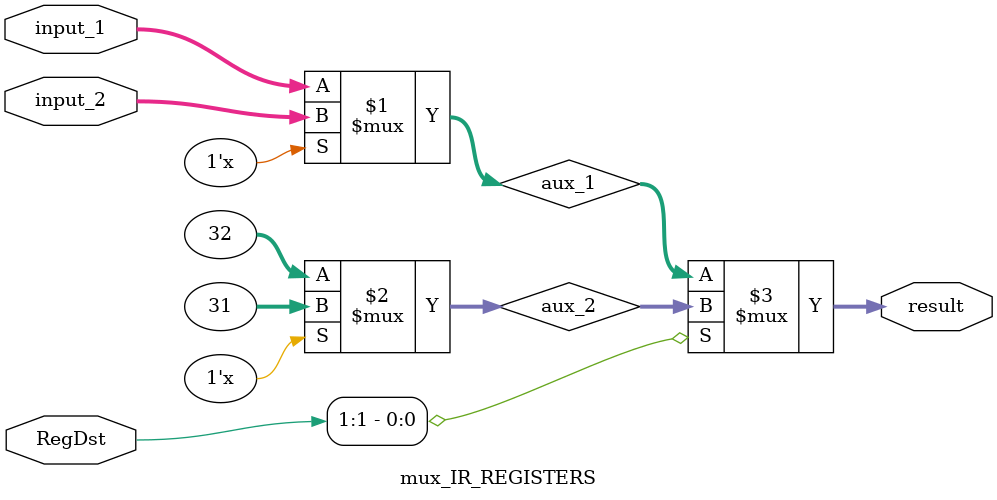
<source format=v>
module mux_IR_REGISTERS (
  input  wire [1:0]  RegDst,
  input  wire [31:0] input_1,
  input  wire [31:0] input_2,
  
  output wire [31:0] result
);

  wire [31:0] aux_1;
  wire [31:0] aux_2;

  assign aux_1 = RegDist[0] ? input_2 : input_1;
  assign aux_2 = RegDist[0] ? 32'b00000000000000000000000000011111 : 32'b00000000000000000000000000100000;

  assign result = RegDst[1] ? aux_2 : aux_1;

endmodule 
</source>
